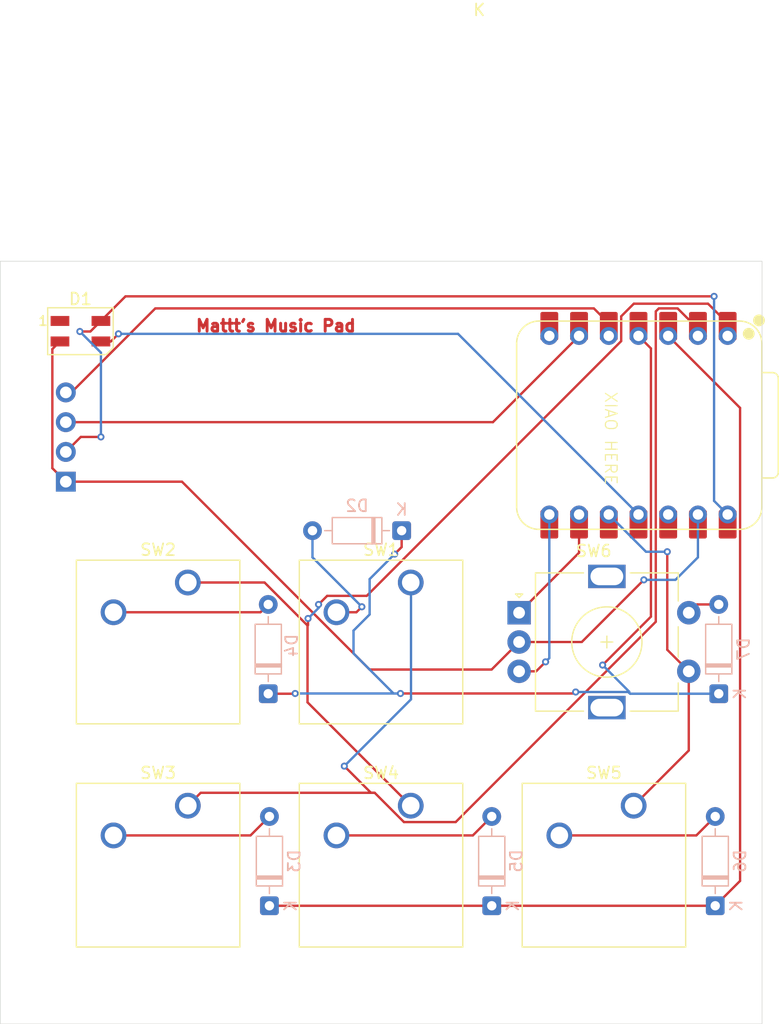
<source format=kicad_pcb>
(kicad_pcb (version 20241229) (generator "pcbnew") (generator_version "9.0")
  (layers (0 "F.Cu" signal) (2 "B.Cu" signal) (13 "F.Paste" user) (15 "B.Paste" user) (5 "F.SilkS" user "F.Silkscreen") (7 "B.SilkS" user "B.Silkscreen") (1 "F.Mask" user) (3 "B.Mask" user) (25 "Edge.Cuts" user))
  (net 0 "")
  (net 1 "VCC")
  (net 2 "SK6812MINI")
  (net 3 "GND")
  (net 5 "Net-(D2-A)")
  (net 6 "Row 0")
  (net 7 "Net-(D3-A)")
  (net 8 "Row 1")
  (net 9 "Net-(D4-A)")
  (net 10 "Net-(D5-A)")
  (net 11 "Net-(D6-A)")
  (net 12 "EC11SWA")
  (net 13 "SCL")
  (net 14 "SDA")
  (net 15 "Col 0")
  (net 16 "Col 1")
  (net 17 "Col 2")
  (net 18 "EC11B")
  (net 19 "EC11A")
  (footprint "LED_SMD:LED_SK6812MINI_PLCC4_3.5x3.5mm_P1.75mm" (layer "F.Cu") (at 121.95 61.575)
    (property "Reference" "D1" (at 0 -2.75 0) (layer "F.SilkS"))
    (property "Value" "SK6812MINI")
    (fp_line (start -2.8 -2) (end -2.8 2) (stroke (width 0.12)) (layer "F.SilkS"))
    (fp_line (start -2.8 -2) (end 2.8 -2) (stroke (width 0.12)) (layer "F.SilkS"))
    (fp_line (start -2.8 2) (end 2.2 2) (stroke (width 0.12)) (layer "F.SilkS"))
    (fp_line (start 2.8 1.4) (end 2.2 2) (stroke (width 0.12)) (layer "F.SilkS"))
    (fp_line (start 2.8 1.4) (end 2.8 -2) (stroke (width 0.12)) (layer "F.SilkS"))
    (fp_text user "1" (at -3.2 -0.875 0) (layer "F.SilkS") (effects (font (size 0.8 0.8))))
    (pad "1" smd rect (at -1.75 -0.875) (size 1.6 0.85) (layers "F.Cu" "F.Mask" "F.Paste"))
    (pad "2" smd rect (at -1.75 0.875) (size 1.6 0.85) (layers "F.Cu" "F.Mask" "F.Paste") (net 3 "GND"))
    (pad "3" smd rect (at 1.75 0.875) (size 1.6 0.85) (layers "F.Cu" "F.Mask" "F.Paste") (net 2 "SK6812MINI"))
    (pad "4" smd rect (at 1.75 -0.875) (size 1.6 0.85) (layers "F.Cu" "F.Mask" "F.Paste") (net 1 "VCC"))
  )
  (footprint "Button_Switch_Keyboard:SW_Cherry_MX_1.00u_PCB" (layer "F.Cu") (at 131.1275 102.07625)
    (property "Reference" "SW3" (at -2.54 -2.794 0) (layer "F.SilkS"))
    (property "Value" "SW_Push")
    (fp_line (start -9.525 -1.905) (end 4.445 -1.905) (stroke (width 0.12)) (layer "F.SilkS"))
    (fp_line (start -9.525 12.065) (end -9.525 -1.905) (stroke (width 0.12)) (layer "F.SilkS"))
    (fp_line (start 4.445 -1.905) (end 4.445 12.065) (stroke (width 0.12)) (layer "F.SilkS"))
    (fp_line (start 4.445 12.065) (end -9.525 12.065) (stroke (width 0.12)) (layer "F.SilkS"))
    (pad "" np_thru_hole circle (at -7.62 5.08) (size 1.7 1.7) (drill 1.7) (layers "*.Cu" "*.Mask"))
    (pad "" np_thru_hole circle (at -2.54 5.08) (size 4 4) (drill 4) (layers "*.Cu" "*.Mask"))
    (pad "" np_thru_hole circle (at 2.54 5.08) (size 1.7 1.7) (drill 1.7) (layers "*.Cu" "*.Mask"))
    (pad "1" thru_hole circle (at 0 0) (size 2.2 2.2) (drill 1.5) (layers "*.Cu" "*.Mask") (net 15 "Col 0"))
    (pad "2" thru_hole circle (at -6.35 2.54) (size 2.2 2.2) (drill 1.5) (layers "*.Cu" "*.Mask") (net 7 "Net-(D3-A)"))
  )
  (footprint "Rotary_Encoder:RotaryEncoder_Alps_EC11E-Switch_Vertical_H20mm" (layer "F.Cu") (at 159.4375 85.60625)
    (property "Reference" "SW6" (at 6.37725 -5.27 0) (layer "F.SilkS"))
    (property "Value" "RotaryEncoder_Switch")
    (fp_line (start -0.3 -1.6) (end 0.3 -1.6) (stroke (width 0.12)) (layer "F.SilkS"))
    (fp_line (start 0 -1.3) (end -0.3 -1.6) (stroke (width 0.12)) (layer "F.SilkS"))
    (fp_line (start 0.3 -1.6) (end 0 -1.3) (stroke (width 0.12)) (layer "F.SilkS"))
    (fp_line (start 1.4 -3.4) (end 1.4 8.4) (stroke (width 0.12)) (layer "F.SilkS"))
    (fp_line (start 5.5 -3.4) (end 1.4 -3.4) (stroke (width 0.12)) (layer "F.SilkS"))
    (fp_line (start 5.5 8.4) (end 1.4 8.4) (stroke (width 0.12)) (layer "F.SilkS"))
    (fp_line (start 7 2.5) (end 8 2.5) (stroke (width 0.12)) (layer "F.SilkS"))
    (fp_line (start 7.5 2) (end 7.5 3) (stroke (width 0.12)) (layer "F.SilkS"))
    (fp_line (start 9.5 -3.4) (end 13.6 -3.4) (stroke (width 0.12)) (layer "F.SilkS"))
    (fp_line (start 13.6 -3.4) (end 13.6 -1) (stroke (width 0.12)) (layer "F.SilkS"))
    (fp_line (start 13.6 1.2) (end 13.6 3.8) (stroke (width 0.12)) (layer "F.SilkS"))
    (fp_line (start 13.6 6) (end 13.6 8.4) (stroke (width 0.12)) (layer "F.SilkS"))
    (fp_line (start 13.6 8.4) (end 9.5 8.4) (stroke (width 0.12)) (layer "F.SilkS"))
    (fp_circle (center 7.5 2.5) (end 10.5 2.5) (stroke (width 0.12)) (fill no) (layer "F.SilkS"))
    (pad "A" thru_hole rect (at 0 0) (size 2 2) (drill 1) (layers "*.Cu" "*.Mask") (net 19 "EC11A"))
    (pad "B" thru_hole circle (at 0 5) (size 2 2) (drill 1) (layers "*.Cu" "*.Mask") (net 18 "EC11B"))
    (pad "C" thru_hole circle (at 0 2.5) (size 2 2) (drill 1) (layers "*.Cu" "*.Mask") (net 3 "GND"))
    (pad "MP" thru_hole rect (at 7.5 -3.1) (size 3.2 2) (drill oval 2.8 1.5) (layers "*.Cu" "*.Mask"))
    (pad "MP" thru_hole rect (at 7.5 8.1) (size 3.2 2) (drill oval 2.8 1.5) (layers "*.Cu" "*.Mask"))
    (pad "S1" thru_hole circle (at 14.5 5) (size 2 2) (drill 1) (layers "*.Cu" "*.Mask") (net 17 "Col 2"))
    (pad "S2" thru_hole circle (at 14.5 0) (size 2 2) (drill 1) (layers "*.Cu" "*.Mask") (net 12 "EC11SWA"))
  )
  (footprint "Button_Switch_Keyboard:SW_Cherry_MX_1.00u_PCB" (layer "F.Cu") (at 169.2275 102.07625)
    (property "Reference" "SW5" (at -2.54 -2.794 0) (layer "F.SilkS"))
    (property "Value" "SW_Push")
    (fp_line (start -9.525 -1.905) (end 4.445 -1.905) (stroke (width 0.12)) (layer "F.SilkS"))
    (fp_line (start -9.525 12.065) (end -9.525 -1.905) (stroke (width 0.12)) (layer "F.SilkS"))
    (fp_line (start 4.445 -1.905) (end 4.445 12.065) (stroke (width 0.12)) (layer "F.SilkS"))
    (fp_line (start 4.445 12.065) (end -9.525 12.065) (stroke (width 0.12)) (layer "F.SilkS"))
    (pad "" np_thru_hole circle (at -7.62 5.08) (size 1.7 1.7) (drill 1.7) (layers "*.Cu" "*.Mask"))
    (pad "" np_thru_hole circle (at -2.54 5.08) (size 4 4) (drill 4) (layers "*.Cu" "*.Mask"))
    (pad "" np_thru_hole circle (at 2.54 5.08) (size 1.7 1.7) (drill 1.7) (layers "*.Cu" "*.Mask"))
    (pad "1" thru_hole circle (at 0 0) (size 2.2 2.2) (drill 1.5) (layers "*.Cu" "*.Mask") (net 17 "Col 2"))
    (pad "2" thru_hole circle (at -6.35 2.54) (size 2.2 2.2) (drill 1.5) (layers "*.Cu" "*.Mask") (net 11 "Net-(D6-A)"))
  )
  (footprint "OPL:XIAO-RP2040-DIP" (layer "F.Cu") (at 169.64 69.6 -90)
    (property "Reference" "U1" (hide yes))
    (property "Value" "XIAO-RP2040-DIP")
    (fp_line (start -6.985 10.414) (end 6.985 10.414) (stroke (width 0.127)) (layer "F.SilkS"))
    (fp_line (start -8.89 8.509) (end -8.89 -8.636) (stroke (width 0.127)) (layer "F.SilkS"))
    (fp_line (start 8.89 8.509) (end 8.89 -8.636) (stroke (width 0.127)) (layer "F.SilkS"))
    (fp_line (start 6.984999 -10.541) (end -6.984999 -10.541) (stroke (width 0.1)) (layer "F.SilkS"))
    (fp_line (start 6.984999 -10.541) (end -6.984999 -10.541) (stroke (width 0.127)) (layer "F.SilkS"))
    (fp_line (start -4.495 -10.541001) (end -4.491272 -11.451272) (stroke (width 0.127)) (layer "F.SilkS"))
    (fp_line (start 4.504 -11.451) (end 4.504 -10.541001) (stroke (width 0.127)) (layer "F.SilkS"))
    (fp_line (start -3.991272 -11.951001) (end 4.004 -11.951001) (stroke (width 0.127)) (layer "F.SilkS"))
    (fp_arc (start -6.985 10.414) (mid -8.332038 9.856038) (end -8.89 8.509) (stroke (width 0.127)) (layer "F.SilkS"))
    (fp_arc (start 8.89 8.509) (mid 8.332038 9.856038) (end 6.985 10.414) (stroke (width 0.127)) (layer "F.SilkS"))
    (fp_arc (start -8.89 -8.636) (mid -8.332038 -9.983037) (end -6.984999 -10.541) (stroke (width 0.127)) (layer "F.SilkS"))
    (fp_arc (start 6.984999 -10.541) (mid 8.332038 -9.983037) (end 8.89 -8.636) (stroke (width 0.127)) (layer "F.SilkS"))
    (fp_arc (start -4.491272 -11.451272) (mid -4.344729 -11.80464) (end -3.991272 -11.951001) (stroke (width 0.127)) (layer "F.SilkS"))
    (fp_arc (start 4.004 -11.951001) (mid 4.357553 -11.804553) (end 4.504 -11.451) (stroke (width 0.127)) (layer "F.SilkS"))
    (fp_circle (center -7.807001 -9.42) (end -7.807001 -9.674) (stroke (width 0.5)) (fill yes) (layer "F.SilkS"))
    (fp_circle (center -8.95 -10.3) (end -8.95 -10.554) (stroke (width 0.5)) (fill yes) (layer "F.SilkS"))
    (pad "1" smd roundrect (at -8.455 -7.62 90) (size 2.432 1.524) (layers "F.Cu" "F.Mask") (roundrect_rratio 0.1) (net 16 "Col 1"))
    (pad "1" thru_hole circle (at -7.62 -7.62 90) (size 1.524 1.524) (drill 0.889) (layers "*.Cu" "*.Mask") (net 16 "Col 1"))
    (pad "2" smd roundrect (at -8.455 -5.08 90) (size 2.432 1.524) (layers "F.Cu" "F.Mask") (roundrect_rratio 0.1) (net 15 "Col 0"))
    (pad "2" thru_hole circle (at -7.62 -5.08 90) (size 1.524 1.524) (drill 0.889) (layers "*.Cu" "*.Mask") (net 15 "Col 0"))
    (pad "3" smd roundrect (at -8.455 -2.54 90) (size 2.432 1.524) (layers "F.Cu" "F.Mask") (roundrect_rratio 0.1) (net 8 "Row 1"))
    (pad "3" thru_hole circle (at -7.62 -2.54 90) (size 1.524 1.524) (drill 0.889) (layers "*.Cu" "*.Mask") (net 8 "Row 1"))
    (pad "4" smd roundrect (at -8.455 0 90) (size 2.432 1.524) (layers "F.Cu" "F.Mask") (roundrect_rratio 0.1) (net 6 "Row 0"))
    (pad "4" thru_hole circle (at -7.62 0 90) (size 1.524 1.524) (drill 0.889) (layers "*.Cu" "*.Mask") (net 6 "Row 0"))
    (pad "5" smd roundrect (at -8.455 2.54 90) (size 2.432 1.524) (layers "F.Cu" "F.Mask") (roundrect_rratio 0.1) (net 14 "SDA"))
    (pad "5" thru_hole circle (at -7.62 2.54 90) (size 1.524 1.524) (drill 0.889) (layers "*.Cu" "*.Mask") (net 14 "SDA"))
    (pad "6" smd roundrect (at -8.455 5.08 90) (size 2.432 1.524) (layers "F.Cu" "F.Mask") (roundrect_rratio 0.1) (net 13 "SCL"))
    (pad "6" thru_hole circle (at -7.62 5.08 90) (size 1.524 1.524) (drill 0.889) (layers "*.Cu" "*.Mask") (net 13 "SCL"))
    (pad "7" smd roundrect (at -8.455 7.62 90) (size 2.432 1.524) (layers "F.Cu" "F.Mask") (roundrect_rratio 0.1))
    (pad "7" thru_hole circle (at -7.62 7.62 90) (size 1.524 1.524) (drill 0.889) (layers "*.Cu" "*.Mask"))
    (pad "8" thru_hole circle (at 7.62 7.62 270) (size 1.524 1.524) (drill 0.889) (layers "*.Cu" "*.Mask") (net 18 "EC11B"))
    (pad "8" smd roundrect (at 8.455 7.62 270) (size 2.432 1.524) (layers "F.Cu" "F.Mask") (roundrect_rratio 0.1) (net 18 "EC11B"))
    (pad "9" thru_hole circle (at 7.62 5.08 270) (size 1.524 1.524) (drill 0.889) (layers "*.Cu" "*.Mask") (net 19 "EC11A"))
    (pad "9" smd roundrect (at 8.455 5.08 270) (size 2.432 1.524) (layers "F.Cu" "F.Mask") (roundrect_rratio 0.1) (net 19 "EC11A"))
    (pad "10" thru_hole circle (at 7.62 2.54 270) (size 1.524 1.524) (drill 0.889) (layers "*.Cu" "*.Mask") (net 17 "Col 2"))
    (pad "10" smd roundrect (at 8.455 2.54 270) (size 2.432 1.524) (layers "F.Cu" "F.Mask") (roundrect_rratio 0.1) (net 17 "Col 2"))
    (pad "11" thru_hole circle (at 7.62 0 270) (size 1.524 1.524) (drill 0.889) (layers "*.Cu" "*.Mask") (net 2 "SK6812MINI"))
    (pad "11" smd roundrect (at 8.455 0 270) (size 2.432 1.524) (layers "F.Cu" "F.Mask") (roundrect_rratio 0.1) (net 2 "SK6812MINI"))
    (pad "12" thru_hole circle (at 7.62 -2.54 270) (size 1.524 1.524) (drill 0.889) (layers "*.Cu" "*.Mask"))
    (pad "12" smd roundrect (at 8.455 -2.54 270) (size 2.432 1.524) (layers "F.Cu" "F.Mask") (roundrect_rratio 0.1))
    (pad "13" thru_hole circle (at 7.62 -5.08 270) (size 1.524 1.524) (drill 0.889) (layers "*.Cu" "*.Mask") (net 3 "GND"))
    (pad "13" smd roundrect (at 8.455 -5.08 270) (size 2.432 1.524) (layers "F.Cu" "F.Mask") (roundrect_rratio 0.1) (net 3 "GND"))
    (pad "14" thru_hole circle (at 7.62 -7.62 270) (size 1.524 1.524) (drill 0.889) (layers "*.Cu" "*.Mask") (net 1 "VCC"))
    (pad "14" smd roundrect (at 8.455 -7.62 270) (size 2.432 1.524) (layers "F.Cu" "F.Mask") (roundrect_rratio 0.1) (net 1 "VCC"))
  )
  (footprint "Button_Switch_Keyboard:SW_Cherry_MX_1.00u_PCB" (layer "F.Cu") (at 131.1275 83.02625)
    (property "Reference" "SW2" (at -2.54 -2.794 0) (layer "F.SilkS"))
    (property "Value" "SW_Push")
    (fp_line (start -9.525 -1.905) (end 4.445 -1.905) (stroke (width 0.12)) (layer "F.SilkS"))
    (fp_line (start -9.525 12.065) (end -9.525 -1.905) (stroke (width 0.12)) (layer "F.SilkS"))
    (fp_line (start 4.445 -1.905) (end 4.445 12.065) (stroke (width 0.12)) (layer "F.SilkS"))
    (fp_line (start 4.445 12.065) (end -9.525 12.065) (stroke (width 0.12)) (layer "F.SilkS"))
    (pad "" np_thru_hole circle (at -7.62 5.08) (size 1.7 1.7) (drill 1.7) (layers "*.Cu" "*.Mask"))
    (pad "" np_thru_hole circle (at -2.54 5.08) (size 4 4) (drill 4) (layers "*.Cu" "*.Mask"))
    (pad "" np_thru_hole circle (at 2.54 5.08) (size 1.7 1.7) (drill 1.7) (layers "*.Cu" "*.Mask"))
    (pad "1" thru_hole circle (at 0 0) (size 2.2 2.2) (drill 1.5) (layers "*.Cu" "*.Mask") (net 16 "Col 1"))
    (pad "2" thru_hole circle (at -6.35 2.54) (size 2.2 2.2) (drill 1.5) (layers "*.Cu" "*.Mask") (net 9 "Net-(D4-A)"))
  )
  (footprint "ScottoKeebs_Components:OLED_128x32" (layer "F.Cu") (at 119.1 64.62)
    (property "Reference" "J1" (hide yes))
    (property "Value" "OLED_128x32")
    (pad "1" thru_hole rect (at 1.6 9.8 180) (size 1.7 1.7) (drill 1) (layers "*.Cu" "*.Mask") (net 3 "GND"))
    (pad "2" thru_hole oval (at 1.6 7.26 180) (size 1.7 1.7) (drill 1) (layers "*.Cu" "*.Mask") (net 1 "VCC"))
    (pad "3" thru_hole oval (at 1.6 4.72 180) (size 1.7 1.7) (drill 1) (layers "*.Cu" "*.Mask") (net 13 "SCL"))
    (pad "4" thru_hole oval (at 1.6 2.18 180) (size 1.7 1.7) (drill 1) (layers "*.Cu" "*.Mask") (net 14 "SDA"))
  )
  (footprint "Button_Switch_Keyboard:SW_Cherry_MX_1.00u_PCB" (layer "F.Cu") (at 150.1775 102.07625)
    (property "Reference" "SW4" (at -2.54 -2.794 0) (layer "F.SilkS"))
    (property "Value" "SW_Push")
    (fp_line (start -9.525 -1.905) (end 4.445 -1.905) (stroke (width 0.12)) (layer "F.SilkS"))
    (fp_line (start -9.525 12.065) (end -9.525 -1.905) (stroke (width 0.12)) (layer "F.SilkS"))
    (fp_line (start 4.445 -1.905) (end 4.445 12.065) (stroke (width 0.12)) (layer "F.SilkS"))
    (fp_line (start 4.445 12.065) (end -9.525 12.065) (stroke (width 0.12)) (layer "F.SilkS"))
    (pad "" np_thru_hole circle (at -7.62 5.08) (size 1.7 1.7) (drill 1.7) (layers "*.Cu" "*.Mask"))
    (pad "" np_thru_hole circle (at -2.54 5.08) (size 4 4) (drill 4) (layers "*.Cu" "*.Mask"))
    (pad "" np_thru_hole circle (at 2.54 5.08) (size 1.7 1.7) (drill 1.7) (layers "*.Cu" "*.Mask"))
    (pad "1" thru_hole circle (at 0 0) (size 2.2 2.2) (drill 1.5) (layers "*.Cu" "*.Mask") (net 16 "Col 1"))
    (pad "2" thru_hole circle (at -6.35 2.54) (size 2.2 2.2) (drill 1.5) (layers "*.Cu" "*.Mask") (net 10 "Net-(D5-A)"))
  )
  (footprint "Button_Switch_Keyboard:SW_Cherry_MX_1.00u_PCB" (layer "F.Cu") (at 150.1775 83.02625)
    (property "Reference" "SW1" (at -2.54 -2.794 0) (layer "F.SilkS"))
    (property "Value" "SW_Push")
    (fp_line (start -9.525 -1.905) (end 4.445 -1.905) (stroke (width 0.12)) (layer "F.SilkS"))
    (fp_line (start -9.525 12.065) (end -9.525 -1.905) (stroke (width 0.12)) (layer "F.SilkS"))
    (fp_line (start 4.445 -1.905) (end 4.445 12.065) (stroke (width 0.12)) (layer "F.SilkS"))
    (fp_line (start 4.445 12.065) (end -9.525 12.065) (stroke (width 0.12)) (layer "F.SilkS"))
    (pad "" np_thru_hole circle (at -7.62 5.08) (size 1.7 1.7) (drill 1.7) (layers "*.Cu" "*.Mask"))
    (pad "" np_thru_hole circle (at -2.54 5.08) (size 4 4) (drill 4) (layers "*.Cu" "*.Mask"))
    (pad "" np_thru_hole circle (at 2.54 5.08) (size 1.7 1.7) (drill 1.7) (layers "*.Cu" "*.Mask"))
    (pad "1" thru_hole circle (at 0 0) (size 2.2 2.2) (drill 1.5) (layers "*.Cu" "*.Mask") (net 15 "Col 0"))
    (pad "2" thru_hole circle (at -6.35 2.54) (size 2.2 2.2) (drill 1.5) (layers "*.Cu" "*.Mask") (net 5 "Net-(D2-A)"))
  )
  (footprint "Diode_THT:D_DO-35_SOD27_P7.62mm_Horizontal" (layer "B.Cu") (at 176.2 110.62 90)
    (property "Reference" "D6" (at 3.81 2.12 90) (layer "B.SilkS") (effects (justify mirror)))
    (property "Value" "D")
    (fp_line (start 6.580001 0) (end 5.93 0) (stroke (width 0.12)) (layer "B.SilkS"))
    (fp_line (start 1.04 0) (end 1.689999 0) (stroke (width 0.12)) (layer "B.SilkS"))
    (fp_line (start 2.53 1.12) (end 2.53 -1.12) (stroke (width 0.12)) (layer "B.SilkS"))
    (fp_line (start 2.41 1.12) (end 2.41 -1.12) (stroke (width 0.12)) (layer "B.SilkS"))
    (fp_line (start 2.29 1.12) (end 2.29 -1.12) (stroke (width 0.12)) (layer "B.SilkS"))
    (fp_poly (pts (xy 1.69 1.12) (xy 5.93 1.12) (xy 5.93 -1.12) (xy 1.69 -1.12)) (stroke (width 0.12)) (fill no) (layer "B.SilkS"))
    (fp_text user "K" (at 0 1.8 90) (layer "B.SilkS") (effects (justify mirror)))
    (pad "1" thru_hole roundrect (at 0 0 90) (size 1.6 1.6) (drill 0.8) (layers "*.Cu" "*.Mask") (roundrect_rratio 0.15625) (net 8 "Row 1"))
    (pad "2" thru_hole circle (at 7.62 0 90) (size 1.6 1.6) (drill 0.8) (layers "*.Cu" "*.Mask") (net 11 "Net-(D6-A)"))
  )
  (footprint "Diode_THT:D_DO-35_SOD27_P7.62mm_Horizontal" (layer "B.Cu") (at 176.5 92.52 90)
    (property "Reference" "D7" (at 3.81 2.12 90) (layer "B.SilkS") (effects (justify mirror)))
    (property "Value" "D")
    (fp_line (start 6.580001 0) (end 5.93 0) (stroke (width 0.12)) (layer "B.SilkS"))
    (fp_line (start 1.04 0) (end 1.689999 0) (stroke (width 0.12)) (layer "B.SilkS"))
    (fp_line (start 2.53 1.12) (end 2.53 -1.12) (stroke (width 0.12)) (layer "B.SilkS"))
    (fp_line (start 2.41 1.12) (end 2.41 -1.12) (stroke (width 0.12)) (layer "B.SilkS"))
    (fp_line (start 2.29 1.12) (end 2.29 -1.12) (stroke (width 0.12)) (layer "B.SilkS"))
    (fp_poly (pts (xy 1.69 1.12) (xy 5.93 1.12) (xy 5.93 -1.12) (xy 1.69 -1.12)) (stroke (width 0.12)) (fill no) (layer "B.SilkS"))
    (fp_text user "K" (at 0 1.8 90) (layer "B.SilkS") (effects (justify mirror)))
    (pad "1" thru_hole roundrect (at 0 0 90) (size 1.6 1.6) (drill 0.8) (layers "*.Cu" "*.Mask") (roundrect_rratio 0.15625) (net 6 "Row 0"))
    (pad "2" thru_hole circle (at 7.62 0 90) (size 1.6 1.6) (drill 0.8) (layers "*.Cu" "*.Mask") (net 12 "EC11SWA"))
  )
  (footprint "Diode_THT:D_DO-35_SOD27_P7.62mm_Horizontal" (layer "B.Cu") (at 138.1 110.62 90)
    (property "Reference" "D3" (at 3.81 2.12 90) (layer "B.SilkS") (effects (justify mirror)))
    (property "Value" "D")
    (fp_line (start 6.580001 0) (end 5.93 0) (stroke (width 0.12)) (layer "B.SilkS"))
    (fp_line (start 1.04 0) (end 1.689999 0) (stroke (width 0.12)) (layer "B.SilkS"))
    (fp_line (start 2.53 1.12) (end 2.53 -1.12) (stroke (width 0.12)) (layer "B.SilkS"))
    (fp_line (start 2.41 1.12) (end 2.41 -1.12) (stroke (width 0.12)) (layer "B.SilkS"))
    (fp_line (start 2.29 1.12) (end 2.29 -1.12) (stroke (width 0.12)) (layer "B.SilkS"))
    (fp_poly (pts (xy 1.69 1.12) (xy 5.93 1.12) (xy 5.93 -1.12) (xy 1.69 -1.12)) (stroke (width 0.12)) (fill no) (layer "B.SilkS"))
    (fp_text user "K" (at 0 1.8 90) (layer "B.SilkS") (effects (justify mirror)))
    (pad "1" thru_hole roundrect (at 0 0 90) (size 1.6 1.6) (drill 0.8) (layers "*.Cu" "*.Mask") (roundrect_rratio 0.15625) (net 8 "Row 1"))
    (pad "2" thru_hole circle (at 7.62 0 90) (size 1.6 1.6) (drill 0.8) (layers "*.Cu" "*.Mask") (net 7 "Net-(D3-A)"))
  )
  (footprint "Diode_THT:D_DO-35_SOD27_P7.62mm_Horizontal" (layer "B.Cu") (at 149.4 78.6 180)
    (property "Reference" "D2" (at 3.81 2.12 0) (layer "B.SilkS") (effects (justify mirror)))
    (property "Value" "D")
    (fp_line (start 6.580001 0) (end 5.93 0) (stroke (width 0.12)) (layer "B.SilkS"))
    (fp_line (start 2.53 1.12) (end 2.53 -1.12) (stroke (width 0.12)) (layer "B.SilkS"))
    (fp_line (start 2.41 1.12) (end 2.41 -1.12) (stroke (width 0.12)) (layer "B.SilkS"))
    (fp_line (start 2.29 1.12) (end 2.29 -1.12) (stroke (width 0.12)) (layer "B.SilkS"))
    (fp_line (start 1.04 0) (end 1.689999 0) (stroke (width 0.12)) (layer "B.SilkS"))
    (fp_poly (pts (xy 1.69 1.12) (xy 5.93 1.12) (xy 5.93 -1.12) (xy 1.69 -1.12)) (stroke (width 0.12)) (fill no) (layer "B.SilkS"))
    (fp_text user "K" (at 0 1.8 0) (layer "B.SilkS") (effects (justify mirror)))
    (pad "1" thru_hole roundrect (at 0 0 180) (size 1.6 1.6) (drill 0.8) (layers "*.Cu" "*.Mask") (roundrect_rratio 0.15625) (net 6 "Row 0"))
    (pad "2" thru_hole circle (at 7.62 0 180) (size 1.6 1.6) (drill 0.8) (layers "*.Cu" "*.Mask") (net 5 "Net-(D2-A)"))
  )
  (footprint "Diode_THT:D_DO-35_SOD27_P7.62mm_Horizontal" (layer "B.Cu") (at 138 92.52 90)
    (property "Reference" "D4" (at 4.12 2 90) (layer "B.SilkS") (effects (justify mirror)))
    (property "Value" "D")
    (fp_line (start 6.580001 0) (end 5.93 0) (stroke (width 0.12)) (layer "B.SilkS"))
    (fp_line (start 1.04 0) (end 1.689999 0) (stroke (width 0.12)) (layer "B.SilkS"))
    (fp_line (start 2.53 1.12) (end 2.53 -1.12) (stroke (width 0.12)) (layer "B.SilkS"))
    (fp_line (start 2.41 1.12) (end 2.41 -1.12) (stroke (width 0.12)) (layer "B.SilkS"))
    (fp_line (start 2.29 1.12) (end 2.29 -1.12) (stroke (width 0.12)) (layer "B.SilkS"))
    (fp_poly (pts (xy 1.69 1.12) (xy 5.93 1.12) (xy 5.93 -1.12) (xy 1.69 -1.12)) (stroke (width 0.12)) (fill no) (layer "B.SilkS"))
    (fp_text user "K" (at 58.368751 18.031252 0) (layer "F.SilkS"))
    (pad "1" thru_hole roundrect (at 0 0 90) (size 1.6 1.6) (drill 0.8) (layers "*.Cu" "*.Mask") (roundrect_rratio 0.15625) (net 6 "Row 0"))
    (pad "2" thru_hole circle (at 7.62 0 90) (size 1.6 1.6) (drill 0.8) (layers "*.Cu" "*.Mask") (net 9 "Net-(D4-A)"))
  )
  (footprint "Diode_THT:D_DO-35_SOD27_P7.62mm_Horizontal" (layer "B.Cu") (at 157.1 110.62 90)
    (property "Reference" "D5" (at 3.82 2.1 90) (layer "B.SilkS") (effects (justify mirror)))
    (property "Value" "D")
    (fp_line (start 6.580001 0) (end 5.93 0) (stroke (width 0.12)) (layer "B.SilkS"))
    (fp_line (start 1.04 0) (end 1.689999 0) (stroke (width 0.12)) (layer "B.SilkS"))
    (fp_line (start 2.53 1.12) (end 2.53 -1.12) (stroke (width 0.12)) (layer "B.SilkS"))
    (fp_line (start 2.41 1.12) (end 2.41 -1.12) (stroke (width 0.12)) (layer "B.SilkS"))
    (fp_line (start 2.29 1.12) (end 2.29 -1.12) (stroke (width 0.12)) (layer "B.SilkS"))
    (fp_poly (pts (xy 1.69 1.12) (xy 5.93 1.12) (xy 5.93 -1.12) (xy 1.69 -1.12)) (stroke (width 0.12)) (fill no) (layer "B.SilkS"))
    (fp_text user "K" (at 0 1.8 90) (layer "B.SilkS") (effects (justify mirror)))
    (pad "1" thru_hole roundrect (at 0 0 90) (size 1.6 1.6) (drill 0.8) (layers "*.Cu" "*.Mask") (roundrect_rratio 0.15625) (net 8 "Row 1"))
    (pad "2" thru_hole circle (at 7.62 0 90) (size 1.6 1.6) (drill 0.8) (layers "*.Cu" "*.Mask") (net 10 "Net-(D5-A)"))
  )
  (gr_rect (start 115.1 55.6) (end 180.2 120.7) (stroke (width 0.05)) (fill no) (layer "Edge.Cuts"))
  (gr_text "Mattt's Music Pad" (at 131.7 61.7 0) (layer "F.Cu") (effects (font (size 1 1) (thickness 0.25) (bold yes)) (justify left bottom)))
  (gr_text "XIAO HERE" (at 166.6875 66.675 270) (layer "F.SilkS") (effects (font (size 1 1) (thickness 0.1)) (justify left bottom)))
  (segment (start 125.8 58.6) (end 176.1 58.6) (width 0.2) (layer "F.Cu") (net 1))
  (segment (start 121.98 70.6) (end 123.7 70.6) (width 0.2) (layer "F.Cu") (net 1))
  (segment (start 122.8 61.6) (end 123.7 60.7) (width 0.2) (layer "F.Cu") (net 1))
  (segment (start 123.7 60.7) (end 125.8 58.6) (width 0.2) (layer "F.Cu") (net 1))
  (segment (start 121.9 61.6) (end 122.8 61.6) (width 0.2) (layer "F.Cu") (net 1))
  (segment (start 120.7 71.88) (end 121.98 70.6) (width 0.2) (layer "F.Cu") (net 1))
  (via (at 121.9 61.6) (size 0.6) (drill 0.3) (layers "F.Cu" "B.Cu") (net 1))
  (via (at 176.1 58.6) (size 0.6) (drill 0.3) (layers "F.Cu" "B.Cu") (net 1))
  (via (at 123.7 70.6) (size 0.6) (drill 0.3) (layers "F.Cu" "B.Cu") (net 1))
  (segment (start 176.1 58.6) (end 176.1 76.06) (width 0.2) (layer "B.Cu") (net 1))
  (segment (start 176.1 76.06) (end 177.26 77.22) (width 0.2) (layer "B.Cu") (net 1))
  (segment (start 123.7 70.6) (end 123.7 63.4) (width 0.2) (layer "B.Cu") (net 1))
  (segment (start 123.7 63.4) (end 121.9 61.6) (width 0.2) (layer "B.Cu") (net 1))
  (segment (start 123.7 62.45) (end 124.55 62.45) (width 0.2) (layer "F.Cu") (net 2))
  (segment (start 124.55 62.45) (end 125.2 61.8) (width 0.2) (layer "F.Cu") (net 2))
  (via (at 125.2 61.8) (size 0.6) (drill 0.3) (layers "F.Cu" "B.Cu") (net 2))
  (segment (start 154.22 61.8) (end 169.64 77.22) (width 0.2) (layer "B.Cu") (net 2))
  (segment (start 125.2 61.8) (end 154.22 61.8) (width 0.2) (layer "B.Cu") (net 2))
  (segment (start 119.549 73.269) (end 119.549 63.101) (width 0.2) (layer "F.Cu") (net 3))
  (segment (start 146.663684 90.45725) (end 130.626434 74.42) (width 0.2) (layer "F.Cu") (net 3))
  (segment (start 130.626434 74.42) (end 120.7 74.42) (width 0.2) (layer "F.Cu") (net 3))
  (segment (start 159.4375 88.10625) (end 164.79375 88.10625) (width 0.2) (layer "F.Cu") (net 3))
  (segment (start 159.4375 88.10625) (end 157.0865 90.45725) (width 0.2) (layer "F.Cu") (net 3))
  (segment (start 120.7 74.42) (end 119.549 73.269) (width 0.2) (layer "F.Cu") (net 3))
  (segment (start 157.0865 90.45725) (end 146.663684 90.45725) (width 0.2) (layer "F.Cu") (net 3))
  (segment (start 119.549 63.101) (end 120.2 62.45) (width 0.2) (layer "F.Cu") (net 3))
  (segment (start 164.79375 88.10625) (end 170.1 82.8) (width 0.2) (layer "F.Cu") (net 3))
  (via (at 170.1 82.8) (size 0.6) (drill 0.3) (layers "F.Cu" "B.Cu") (net 3))
  (segment (start 170.1 82.8) (end 172.8 82.8) (width 0.2) (layer "B.Cu") (net 3))
  (segment (start 174.72 80.88) (end 174.72 77.22) (width 0.2) (layer "B.Cu") (net 3))
  (segment (start 172.8 82.8) (end 174.72 80.88) (width 0.2) (layer "B.Cu") (net 3))
  (segment (start 145.53375 85.56625) (end 146 85.1) (width 0.2) (layer "F.Cu") (net 5))
  (segment (start 143.8275 85.56625) (end 145.53375 85.56625) (width 0.2) (layer "F.Cu") (net 5))
  (via (at 146 85.1) (size 0.6) (drill 0.3) (layers "F.Cu" "B.Cu") (net 5))
  (segment (start 146 85.1) (end 141.78 80.88) (width 0.2) (layer "B.Cu") (net 5))
  (segment (start 141.78 80.88) (end 141.78 78.6) (width 0.2) (layer "B.Cu") (net 5))
  (segment (start 140.28 92.52) (end 140.3 92.5) (width 0.2) (layer "F.Cu") (net 6))
  (segment (start 169.64 61.98) (end 170.703 63.043) (width 0.2) (layer "F.Cu") (net 6))
  (segment (start 164.14547 92.5) (end 164.272735 92.372735) (width 0.2) (layer "F.Cu") (net 6))
  (segment (start 149.4 78.6) (end 149.4 80) (width 0.2) (layer "F.Cu") (net 6))
  (segment (start 170.703 85.94247) (end 166.572735 90.072735) (width 0.2) (layer "F.Cu") (net 6))
  (segment (start 170.703 63.043) (end 170.703 85.94247) (width 0.2) (layer "F.Cu") (net 6))
  (segment (start 149.3 92.5) (end 164.14547 92.5) (width 0.2) (layer "F.Cu") (net 6))
  (segment (start 138 92.52) (end 140.28 92.52) (width 0.2) (layer "F.Cu") (net 6))
  (segment (start 149.4 80) (end 148.8 80.6) (width 0.2) (layer "F.Cu") (net 6))
  (via (at 164.272735 92.372735) (size 0.6) (drill 0.3) (layers "F.Cu" "B.Cu") (net 6))
  (via (at 149.3 92.5) (size 0.6) (drill 0.3) (layers "F.Cu" "B.Cu") (net 6))
  (via (at 140.3 92.5) (size 0.6) (drill 0.3) (layers "F.Cu" "B.Cu") (net 6))
  (via (at 166.572735 90.072735) (size 0.6) (drill 0.3) (layers "F.Cu" "B.Cu") (net 6))
  (via (at 148.8 80.6) (size 0.6) (drill 0.3) (layers "F.Cu" "B.Cu") (net 6))
  (segment (start 145.2865 89.080066) (end 148.706434 92.5) (width 0.2) (layer "B.Cu") (net 6))
  (segment (start 146.663684 85.75525) (end 145.2865 87.132434) (width 0.2) (layer "B.Cu") (net 6))
  (segment (start 164.272735 92.372735) (end 168.772735 92.372735) (width 0.2) (layer "B.Cu") (net 6))
  (segment (start 145.2865 87.132434) (end 145.2865 89.080066) (width 0.2) (layer "B.Cu") (net 6))
  (segment (start 146.663684 82.736316) (end 146.663684 85.75525) (width 0.2) (layer "B.Cu") (net 6))
  (segment (start 168.772735 92.372735) (end 168.85 92.45) (width 0.2) (layer "B.Cu") (net 6))
  (segment (start 148.8 80.6) (end 146.663684 82.736316) (width 0.2) (layer "B.Cu") (net 6))
  (segment (start 168.92 92.52) (end 176.5 92.52) (width 0.2) (layer "B.Cu") (net 6))
  (segment (start 168.85 92.45) (end 168.92 92.52) (width 0.2) (layer "B.Cu") (net 6))
  (segment (start 168.85 92.35) (end 168.85 92.45) (width 0.2) (layer "B.Cu") (net 6))
  (segment (start 166.572735 90.072735) (end 168.85 92.35) (width 0.2) (layer "B.Cu") (net 6))
  (segment (start 140.3 92.5) (end 149.3 92.5) (width 0.2) (layer "B.Cu") (net 6))
  (segment (start 148.706434 92.5) (end 149.3 92.5) (width 0.2) (layer "B.Cu") (net 6))
  (segment (start 124.7775 104.61625) (end 136.48375 104.61625) (width 0.2) (layer "F.Cu") (net 7))
  (segment (start 136.48375 104.61625) (end 138.1 103) (width 0.2) (layer "F.Cu") (net 7))
  (segment (start 178.323 68.123) (end 172.18 61.98) (width 0.2) (layer "F.Cu") (net 8))
  (segment (start 157.1 110.62) (end 176.2 110.62) (width 0.2) (layer "F.Cu") (net 8))
  (segment (start 178.323 108.497) (end 178.323 68.123) (width 0.2) (layer "F.Cu") (net 8))
  (segment (start 176.2 110.62) (end 178.323 108.497) (width 0.2) (layer "F.Cu") (net 8))
  (segment (start 138.1 110.62) (end 157.1 110.62) (width 0.2) (layer "F.Cu") (net 8))
  (segment (start 124.7775 85.56625) (end 137.33375 85.56625) (width 0.2) (layer "F.Cu") (net 9))
  (segment (start 137.33375 85.56625) (end 138 84.9) (width 0.2) (layer "F.Cu") (net 9))
  (segment (start 155.48375 104.61625) (end 157.1 103) (width 0.2) (layer "F.Cu") (net 10))
  (segment (start 143.8275 104.61625) (end 155.48375 104.61625) (width 0.2) (layer "F.Cu") (net 10))
  (segment (start 174.58375 104.61625) (end 176.2 103) (width 0.2) (layer "F.Cu") (net 11))
  (segment (start 162.8775 104.61625) (end 174.58375 104.61625) (width 0.2) (layer "F.Cu") (net 11))
  (segment (start 176.5 84.9) (end 174.64375 84.9) (width 0.2) (layer "F.Cu") (net 12))
  (segment (start 174.64375 84.9) (end 173.9375 85.60625) (width 0.2) (layer "F.Cu") (net 12))
  (segment (start 157.2 69.34) (end 120.7 69.34) (width 0.2) (layer "F.Cu") (net 13))
  (segment (start 164.56 61.98) (end 157.2 69.34) (width 0.2) (layer "F.Cu") (net 13))
  (segment (start 167.1 61.98) (end 167.1 60.90237) (width 0.2) (layer "F.Cu") (net 14))
  (segment (start 167.1 60.90237) (end 165.82563 59.628) (width 0.2) (layer "F.Cu") (net 14))
  (segment (start 121.177 66.8) (end 120.7 66.8) (width 0.2) (layer "F.Cu") (net 14))
  (segment (start 128.349 59.628) (end 121.177 66.8) (width 0.2) (layer "F.Cu") (net 14))
  (segment (start 165.82563 59.628) (end 128.349 59.628) (width 0.2) (layer "F.Cu") (net 14))
  (segment (start 171.117 86.377) (end 171.117 59.889374) (width 0.2) (layer "F.Cu") (net 15))
  (segment (start 144.5 98.7) (end 146.776251 100.976251) (width 0.2) (layer "F.Cu") (net 15))
  (segment (start 149.597186 103.47725) (end 154.01675 103.47725) (width 0.2) (layer "F.Cu") (net 15))
  (segment (start 171.378374 59.628) (end 172.981626 59.628) (width 0.2) (layer "F.Cu") (net 15))
  (segment (start 150.1775 83.0225) (end 150.2 83) (width 0.2) (layer "F.Cu") (net 15))
  (segment (start 150.1775 83.02625) (end 150.1775 83.0225) (width 0.2) (layer "F.Cu") (net 15))
  (segment (start 132.227499 100.976251) (end 147.096187 100.976251) (width 0.2) (layer "F.Cu") (net 15))
  (segment (start 171.117 59.889374) (end 171.378374 59.628) (width 0.2) (layer "F.Cu") (net 15))
  (segment (start 174.72 61.366374) (end 174.72 61.98) (width 0.2) (layer "F.Cu") (net 15))
  (segment (start 131.1275 102.07625) (end 132.227499 100.976251) (width 0.2) (layer "F.Cu") (net 15))
  (segment (start 172.981626 59.628) (end 174.72 61.366374) (width 0.2) (layer "F.Cu") (net 15))
  (segment (start 154.01675 103.47725) (end 171.117 86.377) (width 0.2) (layer "F.Cu") (net 15))
  (segment (start 147.096187 100.976251) (end 149.597186 103.47725) (width 0.2) (layer "F.Cu") (net 15))
  (segment (start 146.776251 100.976251) (end 147.096187 100.976251) (width 0.2) (layer "F.Cu") (net 15))
  (via (at 144.5 98.7) (size 0.6) (drill 0.3) (layers "F.Cu" "B.Cu") (net 15))
  (segment (start 150.2 93) (end 144.5 98.7) (width 0.2) (layer "B.Cu") (net 15))
  (segment (start 150.2 83) (end 150.2 93) (width 0.2) (layer "B.Cu") (net 15))
  (segment (start 177.26 61.98) (end 177.26 60.90237) (width 0.2) (layer "F.Cu") (net 16))
  (segment (start 131.1275 83.02625) (end 137.6833 83.02625) (width 0.2) (layer "F.Cu") (net 16))
  (segment (start 175.58463 59.227) (end 169.239374 59.227) (width 0.2) (layer "F.Cu") (net 16))
  (segment (start 177.26 60.90237) (end 175.58463 59.227) (width 0.2) (layer "F.Cu") (net 16))
  (segment (start 137.6833 83.02625) (end 141.3565 86.69945) (width 0.2) (layer "F.Cu") (net 16))
  (segment (start 141.4 86.65595) (end 141.3565 86.69945) (width 0.2) (layer "F.Cu") (net 16))
  (segment (start 141.3565 86.69945) (end 141.3565 93.25525) (width 0.2) (layer "F.Cu") (net 16))
  (segment (start 169.239374 59.227) (end 168.163 60.303374) (width 0.2) (layer "F.Cu") (net 16))
  (segment (start 143.03475 84.16525) (end 142.3 84.9) (width 0.2) (layer "F.Cu") (net 16))
  (segment (start 141.3565 93.25525) (end 150.1775 102.07625) (width 0.2) (layer "F.Cu") (net 16))
  (segment (start 146.41806 84.16525) (end 143.03475 84.16525) (width 0.2) (layer "F.Cu") (net 16))
  (segment (start 141.4 86.1) (end 141.4 86.65595) (width 0.2) (layer "F.Cu") (net 16))
  (segment (start 168.163 60.303374) (end 168.163 62.42031) (width 0.2) (layer "F.Cu") (net 16))
  (segment (start 168.163 62.42031) (end 146.41806 84.16525) (width 0.2) (layer "F.Cu") (net 16))
  (via (at 141.4 86.1) (size 0.6) (drill 0.3) (layers "F.Cu" "B.Cu") (net 16))
  (via (at 142.3 84.9) (size 0.6) (drill 0.3) (layers "F.Cu" "B.Cu") (net 16))
  (segment (start 142.3 84.9) (end 142.3 85.2) (width 0.2) (layer "B.Cu") (net 16))
  (segment (start 142.3 85.2) (end 141.4 86.1) (width 0.2) (layer "B.Cu") (net 16))
  (segment (start 169.2275 102.07625) (end 173.9375 97.36625) (width 0.2) (layer "F.Cu") (net 17))
  (segment (start 173.9375 90.60625) (end 172.1 88.76875) (width 0.2) (layer "F.Cu") (net 17))
  (segment (start 173.9375 97.36625) (end 173.9375 90.60625) (width 0.2) (layer "F.Cu") (net 17))
  (segment (start 172.1 88.76875) (end 172.1 80.4) (width 0.2) (layer "F.Cu") (net 17))
  (via (at 172.1 80.4) (size 0.6) (drill 0.3) (layers "F.Cu" "B.Cu") (net 17))
  (segment (start 172.1 80.4) (end 170.28 80.4) (width 0.2) (layer "B.Cu") (net 17))
  (segment (start 170.28 80.4) (end 167.1 77.22) (width 0.2) (layer "B.Cu") (net 17))
  (segment (start 159.4375 90.60625) (end 160.89375 90.60625) (width 0.2) (layer "F.Cu") (net 18))
  (segment (start 160.89375 90.60625) (end 161.7 89.8) (width 0.2) (layer "F.Cu") (net 18))
  (via (at 161.7 89.8) (size 0.6) (drill 0.3) (layers "F.Cu" "B.Cu") (net 18))
  (segment (start 161.7 89.8) (end 162.02 89.48) (width 0.2) (layer "B.Cu") (net 18))
  (segment (start 162.02 89.48) (end 162.02 77.22) (width 0.2) (layer "B.Cu") (net 18))
  (segment (start 159.4375 85.60625) (end 164.56 80.48375) (width 0.2) (layer "F.Cu") (net 19))
  (segment (start 164.56 80.48375) (end 164.56 77.22) (width 0.2) (layer "F.Cu") (net 19))
)
</source>
